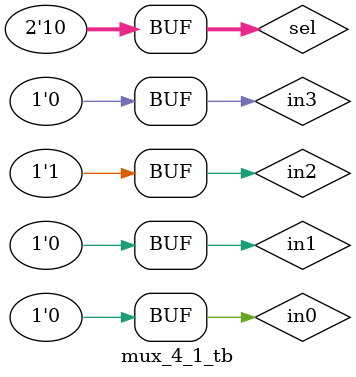
<source format=v>
module mux_4_1_tb;

	// Inputs
	reg in0;
	reg in1;
	reg in2;
	reg in3;
	reg [1:0] sel;

	// Outputs
	wire out;

	// Instantiate the Unit Under Test (UUT)
	mux_4_1 uut (
		.in0(in0), 
		.in1(in1), 
		.in2(in2), 
		.in3(in3), 
		.sel(sel), 
		.out(out)
	);

	initial begin
		in0 = 0;
		in1 = 0;
		in2 = 0;
		in3 = 0;
		sel = 2'd0;
		#10;
		in0 = 1;
		in1 = 1;
		in2 = 0;
		in3 = 0;
		sel = 2'd1;
		#10;
		in0 = 0;
		in1 = 0;
		in2 = 0;
		in3 = 1;
		sel = 2'd2;
		#10;
		in0 = 0;
		in1 = 0;
		in2 = 0;
		in3 = 1;
		sel = 2'd3;
		#10;
		in0 = 0;
		in1 = 0;
		in2 = 0;
		in3 = 0;
		sel = 2'd1;
		#10;
		in0 = 0;
		in1 = 0;
		in2 = 1;
		in3 = 0;
		sel = 2'd2;
		#10;
	end     
endmodule


</source>
